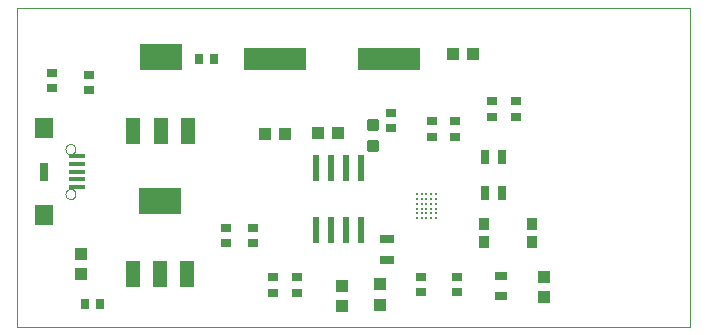
<source format=gtp>
G75*
G70*
%OFA0B0*%
%FSLAX24Y24*%
%IPPOS*%
%LPD*%
%AMOC8*
5,1,8,0,0,1.08239X$1,22.5*
%
%ADD10C,0.0000*%
%ADD11R,0.0480X0.0880*%
%ADD12R,0.1417X0.0866*%
%ADD13C,0.0087*%
%ADD14R,0.0236X0.0866*%
%ADD15R,0.0571X0.0157*%
%ADD16R,0.0591X0.0709*%
%ADD17R,0.0276X0.0591*%
%ADD18R,0.0433X0.0394*%
%ADD19R,0.0394X0.0433*%
%ADD20R,0.0472X0.0315*%
%ADD21R,0.0276X0.0354*%
%ADD22R,0.0354X0.0276*%
%ADD23R,0.2100X0.0760*%
%ADD24R,0.0394X0.0315*%
%ADD25R,0.0276X0.0472*%
%ADD26C,0.0118*%
%ADD27R,0.0354X0.0394*%
D10*
X001213Y000274D02*
X001213Y010904D01*
X023654Y010904D01*
X023654Y000274D01*
X001213Y000274D01*
X002834Y004707D02*
X002836Y004732D01*
X002842Y004757D01*
X002851Y004781D01*
X002864Y004803D01*
X002881Y004823D01*
X002900Y004840D01*
X002921Y004854D01*
X002945Y004864D01*
X002969Y004871D01*
X002995Y004874D01*
X003020Y004873D01*
X003045Y004868D01*
X003069Y004859D01*
X003092Y004847D01*
X003112Y004832D01*
X003130Y004813D01*
X003145Y004792D01*
X003156Y004769D01*
X003164Y004745D01*
X003168Y004720D01*
X003168Y004694D01*
X003164Y004669D01*
X003156Y004645D01*
X003145Y004622D01*
X003130Y004601D01*
X003112Y004582D01*
X003092Y004567D01*
X003069Y004555D01*
X003045Y004546D01*
X003020Y004541D01*
X002995Y004540D01*
X002969Y004543D01*
X002945Y004550D01*
X002921Y004560D01*
X002900Y004574D01*
X002881Y004591D01*
X002864Y004611D01*
X002851Y004633D01*
X002842Y004657D01*
X002836Y004682D01*
X002834Y004707D01*
X002834Y006203D02*
X002836Y006228D01*
X002842Y006253D01*
X002851Y006277D01*
X002864Y006299D01*
X002881Y006319D01*
X002900Y006336D01*
X002921Y006350D01*
X002945Y006360D01*
X002969Y006367D01*
X002995Y006370D01*
X003020Y006369D01*
X003045Y006364D01*
X003069Y006355D01*
X003092Y006343D01*
X003112Y006328D01*
X003130Y006309D01*
X003145Y006288D01*
X003156Y006265D01*
X003164Y006241D01*
X003168Y006216D01*
X003168Y006190D01*
X003164Y006165D01*
X003156Y006141D01*
X003145Y006118D01*
X003130Y006097D01*
X003112Y006078D01*
X003092Y006063D01*
X003069Y006051D01*
X003045Y006042D01*
X003020Y006037D01*
X002995Y006036D01*
X002969Y006039D01*
X002945Y006046D01*
X002921Y006056D01*
X002900Y006070D01*
X002881Y006087D01*
X002864Y006107D01*
X002851Y006129D01*
X002842Y006153D01*
X002836Y006178D01*
X002834Y006203D01*
D11*
X005099Y006818D03*
X006009Y006818D03*
X006919Y006818D03*
X006895Y002027D03*
X005985Y002027D03*
X005075Y002027D03*
D12*
X005985Y004467D03*
X006009Y009258D03*
D13*
X014548Y004695D03*
X014548Y004538D03*
X014706Y004538D03*
X014863Y004538D03*
X014863Y004695D03*
X015020Y004695D03*
X015020Y004538D03*
X015020Y004380D03*
X015020Y004223D03*
X014863Y004223D03*
X014863Y004380D03*
X014706Y004380D03*
X014706Y004223D03*
X014706Y004066D03*
X014863Y004066D03*
X015020Y004066D03*
X015178Y004066D03*
X015178Y004223D03*
X015178Y004380D03*
X015178Y004538D03*
X015178Y004695D03*
X014706Y004695D03*
X014548Y004380D03*
X014548Y004223D03*
X014548Y004066D03*
X014548Y003908D03*
X014706Y003908D03*
X014863Y003908D03*
X015020Y003908D03*
X015178Y003908D03*
D14*
X012692Y003514D03*
X012192Y003514D03*
X011692Y003514D03*
X011192Y003514D03*
X011192Y005562D03*
X011692Y005562D03*
X012192Y005562D03*
X012692Y005562D03*
D15*
X003207Y005455D03*
X003207Y005199D03*
X003207Y004943D03*
X003207Y005711D03*
X003207Y005967D03*
D16*
X002135Y006906D03*
X002135Y004005D03*
D17*
X002135Y005455D03*
D18*
X009493Y006723D03*
X010162Y006723D03*
X011245Y006731D03*
X011914Y006731D03*
X015757Y009361D03*
X016426Y009361D03*
D19*
X003359Y002707D03*
X003359Y002038D03*
X012064Y001629D03*
X012064Y000959D03*
X013320Y001022D03*
X013320Y001692D03*
X018784Y001943D03*
X018784Y001274D03*
D20*
X013536Y002506D03*
X013536Y003215D03*
D21*
X004001Y001030D03*
X003489Y001030D03*
X007284Y009198D03*
X007796Y009198D03*
D22*
X003603Y008688D03*
X003603Y008176D03*
X002371Y008235D03*
X002371Y008747D03*
X008186Y003581D03*
X008186Y003069D03*
X009072Y003069D03*
X009072Y003581D03*
X009741Y001928D03*
X010548Y001928D03*
X010548Y001416D03*
X009741Y001416D03*
X014701Y001429D03*
X014701Y001940D03*
X015892Y001948D03*
X015892Y001437D03*
X015816Y006613D03*
X015048Y006613D03*
X015048Y007125D03*
X015816Y007125D03*
X017036Y007282D03*
X017036Y007794D03*
X017843Y007794D03*
X017843Y007282D03*
X013679Y007413D03*
X013679Y006902D03*
D23*
X013614Y009206D03*
X009814Y009206D03*
D24*
X017359Y001991D03*
X017359Y001321D03*
D25*
X017375Y004754D03*
X016824Y004754D03*
X016824Y005936D03*
X017375Y005936D03*
D26*
X013218Y006173D02*
X012942Y006173D01*
X012942Y006449D01*
X013218Y006449D01*
X013218Y006173D01*
X013218Y006290D02*
X012942Y006290D01*
X012942Y006407D02*
X013218Y006407D01*
X013218Y006863D02*
X012942Y006863D01*
X012942Y007139D01*
X013218Y007139D01*
X013218Y006863D01*
X013218Y006980D02*
X012942Y006980D01*
X012942Y007097D02*
X013218Y007097D01*
D27*
X016780Y003723D03*
X016780Y003093D03*
X018394Y003093D03*
X018394Y003723D03*
M02*

</source>
